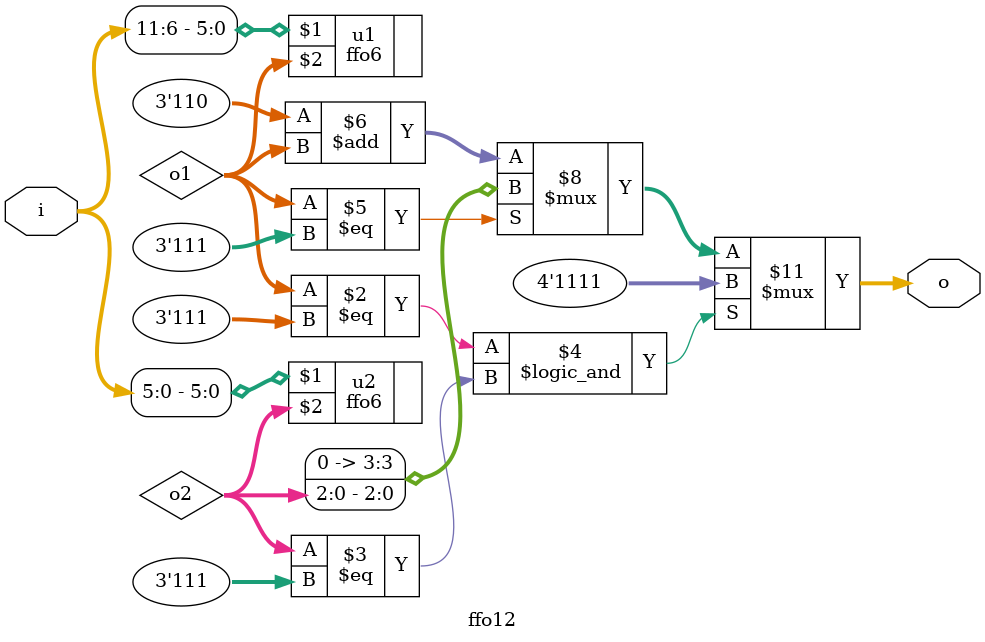
<source format=sv>

module ffo12(i, o);
input [11:0] i;
output reg [3:0] o;

wire [2:0] o1,o2;
ffo6 u1 (i[11:6],o1);
ffo6 u2 (i[5:0],o2);
always @*
if (o1==3'd7 && o2==3'd7)
    o <= 4'd15;
else if (o1==3'd7)
    o <= o2;
else
    o <= 3'd6 + o1;

endmodule

</source>
